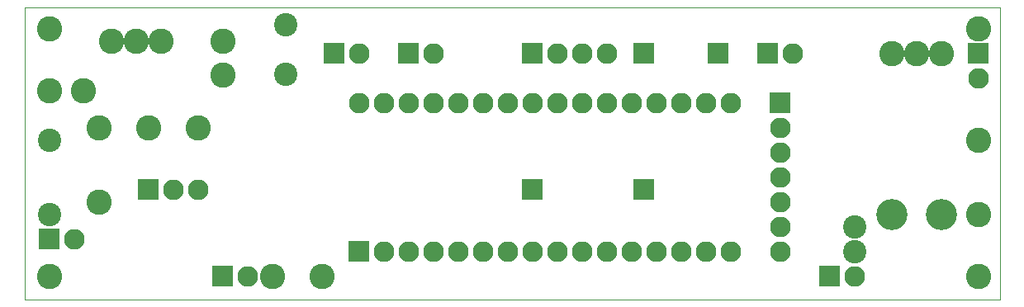
<source format=gbr>
%FSLAX34Y34*%
%MOMM*%
%LNSOLDERMASK_BOTTOM*%
G71*
G01*
%ADD10C, 0.00*%
%ADD11C, 2.00*%
%ADD12C, 2.12*%
%ADD13C, 2.60*%
%ADD14C, 3.20*%
%ADD15C, 2.60*%
%ADD16C, 2.40*%
%ADD17C, 2.60*%
%ADD18C, 2.12*%
%ADD19C, 2.60*%
%ADD20C, 2.60*%
%ADD21C, 1.40*%
%LPD*%
G54D10*
X0Y1000000D02*
X1000000Y1000000D01*
X1000000Y700000D01*
X0Y700000D01*
X0Y1000000D01*
G36*
X332900Y759300D02*
X352900Y759300D01*
X352900Y739300D01*
X332900Y739300D01*
X332900Y759300D01*
G37*
X368300Y749300D02*
G54D11*
D03*
X393700Y749300D02*
G54D11*
D03*
X419100Y749300D02*
G54D11*
D03*
X444500Y749300D02*
G54D11*
D03*
X469900Y749300D02*
G54D11*
D03*
X495300Y749300D02*
G54D11*
D03*
X520700Y749300D02*
G54D11*
D03*
X546100Y749300D02*
G54D11*
D03*
X571500Y749300D02*
G54D11*
D03*
X596900Y749300D02*
G54D11*
D03*
X622300Y749300D02*
G54D11*
D03*
X647700Y749300D02*
G54D11*
D03*
X673100Y749300D02*
G54D11*
D03*
X698500Y749300D02*
G54D11*
D03*
X723900Y749300D02*
G54D11*
D03*
X723900Y901700D02*
G54D11*
D03*
X698500Y901700D02*
G54D11*
D03*
X673100Y901700D02*
G54D11*
D03*
X647700Y901700D02*
G54D11*
D03*
X622300Y901700D02*
G54D11*
D03*
X596900Y901700D02*
G54D11*
D03*
X571500Y901700D02*
G54D11*
D03*
X546100Y901700D02*
G54D11*
D03*
X520700Y901700D02*
G54D11*
D03*
X495300Y901700D02*
G54D11*
D03*
X469900Y901700D02*
G54D11*
D03*
X444500Y901700D02*
G54D11*
D03*
X419100Y901700D02*
G54D11*
D03*
X393700Y901700D02*
G54D11*
D03*
X368300Y901700D02*
G54D11*
D03*
X342900Y901700D02*
G54D11*
D03*
G36*
X510100Y963100D02*
X531300Y963100D01*
X531300Y941900D01*
X510100Y941900D01*
X510100Y963100D01*
G37*
X546100Y952500D02*
G54D12*
D03*
X571500Y952500D02*
G54D12*
D03*
X596900Y952500D02*
G54D12*
D03*
G36*
X785300Y912300D02*
X785300Y891100D01*
X764100Y891100D01*
X764100Y912300D01*
X785300Y912300D01*
G37*
X774700Y876300D02*
G54D12*
D03*
X774700Y850900D02*
G54D12*
D03*
X774700Y825500D02*
G54D12*
D03*
X774700Y800100D02*
G54D12*
D03*
X774700Y774700D02*
G54D12*
D03*
X774700Y749300D02*
G54D12*
D03*
X177800Y876300D02*
G54D13*
D03*
X127000Y876300D02*
G54D13*
D03*
G36*
X116400Y823400D02*
X137600Y823400D01*
X137600Y802200D01*
X116400Y802200D01*
X116400Y823400D01*
G37*
X152400Y812800D02*
G54D12*
D03*
X177800Y812800D02*
G54D12*
D03*
X939800Y787400D02*
G54D14*
D03*
X889000Y787400D02*
G54D14*
D03*
X939800Y952500D02*
G54D15*
D03*
X914800Y952500D02*
G54D15*
D03*
X889800Y952500D02*
G54D15*
D03*
G36*
X814900Y734500D02*
X836100Y734500D01*
X836100Y713300D01*
X814900Y713300D01*
X814900Y734500D01*
G37*
X850900Y723900D02*
G54D12*
D03*
X850900Y774700D02*
G54D16*
D03*
X850900Y749300D02*
G54D16*
D03*
X977900Y863600D02*
G54D17*
D03*
X977900Y787400D02*
G54D17*
D03*
X76200Y876300D02*
G54D17*
D03*
X76200Y800100D02*
G54D17*
D03*
G36*
X751400Y963100D02*
X772600Y963100D01*
X772600Y941900D01*
X751400Y941900D01*
X751400Y963100D01*
G37*
X787400Y952500D02*
G54D12*
D03*
X254000Y723900D02*
G54D17*
D03*
X304800Y723900D02*
G54D17*
D03*
G36*
X192600Y734500D02*
X213800Y734500D01*
X213800Y713300D01*
X192600Y713300D01*
X192600Y734500D01*
G37*
X228600Y723900D02*
G54D12*
D03*
G36*
X700600Y963100D02*
X721800Y963100D01*
X721800Y941900D01*
X700600Y941900D01*
X700600Y963100D01*
G37*
G36*
X624400Y963100D02*
X645600Y963100D01*
X645600Y941900D01*
X624400Y941900D01*
X624400Y963100D01*
G37*
G36*
X624400Y823400D02*
X645600Y823400D01*
X645600Y802200D01*
X624400Y802200D01*
X624400Y823400D01*
G37*
G36*
X510100Y823400D02*
X531300Y823400D01*
X531300Y802200D01*
X510100Y802200D01*
X510100Y823400D01*
G37*
G36*
X988500Y963100D02*
X988500Y941900D01*
X967300Y941900D01*
X967300Y963100D01*
X988500Y963100D01*
G37*
X977900Y927100D02*
G54D12*
D03*
G36*
X383100Y963100D02*
X404300Y963100D01*
X404300Y941900D01*
X383100Y941900D01*
X383100Y963100D01*
G37*
X419100Y952500D02*
G54D12*
D03*
G36*
X306900Y963100D02*
X328100Y963100D01*
X328100Y941900D01*
X306900Y941900D01*
X306900Y963100D01*
G37*
X342900Y952500D02*
G54D12*
D03*
X76200Y876300D02*
G54D18*
D03*
X127000Y876300D02*
G54D18*
D03*
X177800Y876300D02*
G54D18*
D03*
X177800Y812800D02*
G54D18*
D03*
X152400Y812800D02*
G54D18*
D03*
X76200Y800100D02*
G54D18*
D03*
X342900Y952500D02*
G54D18*
D03*
X419100Y952500D02*
G54D18*
D03*
X342900Y901700D02*
G54D18*
D03*
X368300Y901700D02*
G54D18*
D03*
X393700Y901700D02*
G54D18*
D03*
X419100Y901700D02*
G54D18*
D03*
X444500Y901700D02*
G54D18*
D03*
X469900Y901700D02*
G54D18*
D03*
X495300Y901700D02*
G54D18*
D03*
X520700Y901700D02*
G54D18*
D03*
X546100Y901700D02*
G54D18*
D03*
X571500Y901700D02*
G54D18*
D03*
X673100Y901700D02*
G54D18*
D03*
X368300Y749300D02*
G54D18*
D03*
X393700Y749300D02*
G54D18*
D03*
X419100Y749300D02*
G54D18*
D03*
X444500Y749300D02*
G54D18*
D03*
X469900Y749300D02*
G54D18*
D03*
X495300Y749300D02*
G54D18*
D03*
X520700Y749300D02*
G54D18*
D03*
X546100Y749300D02*
G54D18*
D03*
X571500Y749300D02*
G54D18*
D03*
X596900Y749300D02*
G54D18*
D03*
X622300Y749300D02*
G54D18*
D03*
X647700Y749300D02*
G54D18*
D03*
X673100Y749300D02*
G54D18*
D03*
X698500Y749300D02*
G54D18*
D03*
X723900Y749300D02*
G54D18*
D03*
X774700Y749300D02*
G54D18*
D03*
X774700Y774700D02*
G54D18*
D03*
X774700Y800100D02*
G54D18*
D03*
X774700Y825500D02*
G54D18*
D03*
X774700Y850900D02*
G54D18*
D03*
X774700Y876300D02*
G54D18*
D03*
X850900Y723900D02*
G54D18*
D03*
X850900Y749300D02*
G54D18*
D03*
X850900Y774700D02*
G54D18*
D03*
X889000Y787400D02*
G54D18*
D03*
X939800Y787400D02*
G54D18*
D03*
X977900Y787400D02*
G54D18*
D03*
X977900Y863600D02*
G54D18*
D03*
X977900Y927100D02*
G54D18*
D03*
X939800Y952500D02*
G54D18*
D03*
X914800Y952500D02*
G54D18*
D03*
X889800Y952500D02*
G54D18*
D03*
X787400Y952500D02*
G54D18*
D03*
X304800Y723900D02*
G54D18*
D03*
X254000Y723900D02*
G54D18*
D03*
X228600Y723900D02*
G54D18*
D03*
X546100Y952500D02*
G54D18*
D03*
X571500Y952500D02*
G54D18*
D03*
X596900Y952500D02*
G54D18*
D03*
G36*
X116400Y823400D02*
X137600Y823400D01*
X137600Y802200D01*
X116400Y802200D01*
X116400Y823400D01*
G37*
G36*
X192600Y734500D02*
X213800Y734500D01*
X213800Y713300D01*
X192600Y713300D01*
X192600Y734500D01*
G37*
G36*
X306900Y963100D02*
X328100Y963100D01*
X328100Y941900D01*
X306900Y941900D01*
X306900Y963100D01*
G37*
G36*
X383100Y963100D02*
X404300Y963100D01*
X404300Y941900D01*
X383100Y941900D01*
X383100Y963100D01*
G37*
G36*
X510100Y963100D02*
X531300Y963100D01*
X531300Y941900D01*
X510100Y941900D01*
X510100Y963100D01*
G37*
G36*
X624400Y963100D02*
X645600Y963100D01*
X645600Y941900D01*
X624400Y941900D01*
X624400Y963100D01*
G37*
G36*
X700600Y963100D02*
X721800Y963100D01*
X721800Y941900D01*
X700600Y941900D01*
X700600Y963100D01*
G37*
G36*
X751400Y963100D02*
X772600Y963100D01*
X772600Y941900D01*
X751400Y941900D01*
X751400Y963100D01*
G37*
G36*
X967300Y963100D02*
X988500Y963100D01*
X988500Y941900D01*
X967300Y941900D01*
X967300Y963100D01*
G37*
G36*
X814900Y734500D02*
X836100Y734500D01*
X836100Y713300D01*
X814900Y713300D01*
X814900Y734500D01*
G37*
G36*
X764100Y912300D02*
X785300Y912300D01*
X785300Y891100D01*
X764100Y891100D01*
X764100Y912300D01*
G37*
G36*
X624400Y823400D02*
X645600Y823400D01*
X645600Y802200D01*
X624400Y802200D01*
X624400Y823400D01*
G37*
G36*
X510100Y823400D02*
X531300Y823400D01*
X531300Y802200D01*
X510100Y802200D01*
X510100Y823400D01*
G37*
G36*
X332300Y759900D02*
X353500Y759900D01*
X353500Y738700D01*
X332300Y738700D01*
X332300Y759900D01*
G37*
X596900Y901700D02*
G54D18*
D03*
X622300Y901700D02*
G54D18*
D03*
X647700Y901700D02*
G54D18*
D03*
X698500Y901700D02*
G54D18*
D03*
X723900Y901700D02*
G54D18*
D03*
X596900Y901700D02*
G54D18*
D03*
X622300Y901700D02*
G54D18*
D03*
X647700Y901700D02*
G54D18*
D03*
X698500Y901700D02*
G54D18*
D03*
X723900Y901700D02*
G54D18*
D03*
X25400Y723900D02*
G54D19*
D03*
X977900Y723900D02*
G54D19*
D03*
X25400Y977900D02*
G54D19*
D03*
X977900Y977900D02*
G54D19*
D03*
X88900Y965200D02*
G54D20*
D03*
X114300Y965200D02*
G54D20*
D03*
X139700Y965200D02*
G54D20*
D03*
G36*
X14800Y772600D02*
X36000Y772600D01*
X36000Y751400D01*
X14800Y751400D01*
X14800Y772600D01*
G37*
X50800Y762000D02*
G54D12*
D03*
X203200Y965200D02*
G54D13*
D03*
X203200Y930200D02*
G54D13*
D03*
X25400Y914400D02*
G54D13*
D03*
X60400Y914400D02*
G54D13*
D03*
X25400Y863600D02*
G54D16*
D03*
X25400Y787400D02*
G54D16*
D03*
X88900Y965200D02*
G54D21*
D03*
X114300Y965200D02*
G54D21*
D03*
X139700Y965200D02*
G54D21*
D03*
X203200Y965200D02*
G54D21*
D03*
X88900Y965200D02*
G54D18*
D03*
X114300Y965200D02*
G54D18*
D03*
X139700Y965200D02*
G54D18*
D03*
X203200Y965200D02*
G54D18*
D03*
X203200Y930200D02*
G54D18*
D03*
X60400Y914400D02*
G54D18*
D03*
X25400Y914400D02*
G54D18*
D03*
X25400Y863600D02*
G54D18*
D03*
X25400Y787400D02*
G54D18*
D03*
X50800Y762000D02*
G54D18*
D03*
G36*
X14800Y772600D02*
X36000Y772600D01*
X36000Y751400D01*
X14800Y751400D01*
X14800Y772600D01*
G37*
X267910Y982232D02*
G54D16*
D03*
X267910Y931432D02*
G54D16*
D03*
X267910Y931432D02*
G54D18*
D03*
X267910Y982232D02*
G54D18*
D03*
X889000Y787400D02*
G54D19*
D03*
X939800Y787400D02*
G54D19*
D03*
M02*

</source>
